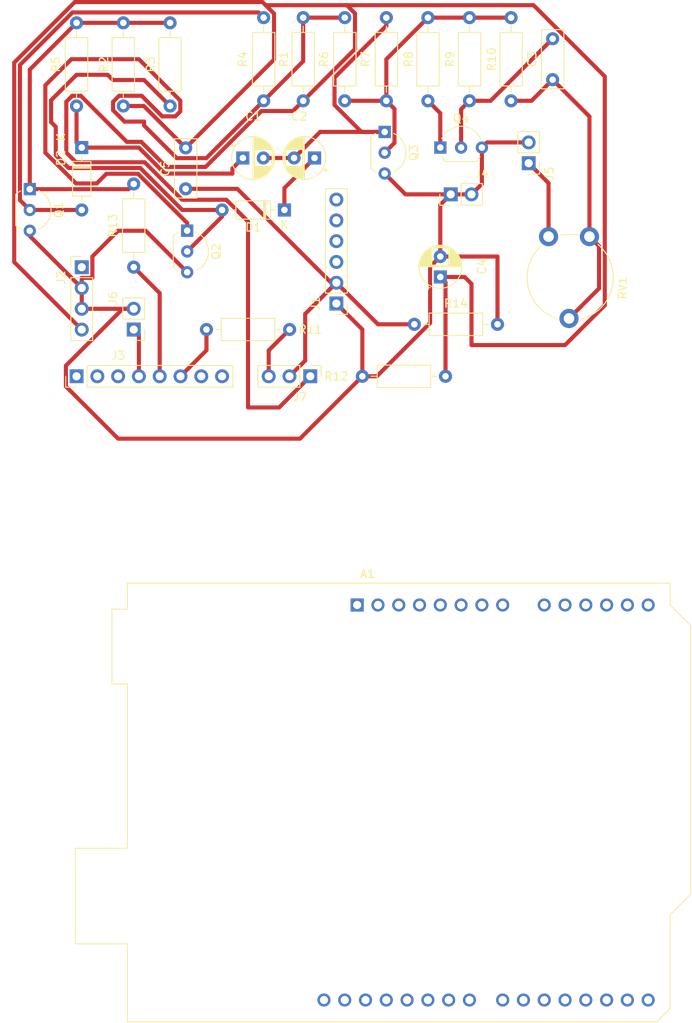
<source format=kicad_pcb>
(kicad_pcb (version 20221018) (generator pcbnew)
  (layers (0 "F.Cu" signal) (31 "B.Cu" signal) (34 "B.Paste" user) (35 "F.Paste" user) (36 "B.SilkS" user "B.Silkscreen") (37 "F.SilkS" user "F.Silkscreen") (38 "B.Mask" user) (39 "F.Mask" user) (44 "Edge.Cuts" user))
  (net 0 "")
  (net 1 "Net-(D2-K)")
  (net 2 "Net-(Q3-C)")
  (net 3 "Net-(D1-K)")
  (net 4 "Net-(C3-Pad1)")
  (net 5 "Net-(Q4-B)")
  (net 6 "VCC")
  (net 7 "GND")
  (net 8 "Net-(J1-Pin_2)")
  (net 9 "Net-(D1-A)")
  (net 10 "Net-(D2-A)")
  (net 11 "Micro")
  (net 12 "Taste")
  (net 13 "Net-(Q2-C)")
  (net 14 "Net-(Q1-C)")
  (net 15 "Net-(Q3-B)")
  (net 16 "Net-(Q4-C)")
  (net 17 "Net-(J7-Pin_3)")
  (net 18 "Net-(J3-Pin_6)")
  (net 19 "DI6")
  (footprint "Potentiometer_THT:Potentiometer_Piher_PT-10-V10_Vertical_Hole" (layer "F.Cu") (at 141.495 92.155 -90)
    (fp_text reference "RV1" (at 6.27 -9.05 90) (layer "F.SilkS"))
    (fp_text value "10k")
    (pad "" np_thru_hole circle (at 5 -2.65 270) (size 4 4) (drill 4) (layers "*.Cu" "*.Mask"))
    (pad "1" thru_hole circle (at 0 0 270) (size 2.34 2.34) (drill 1.3) (layers "*.Cu" "*.Mask") (net 11 "Micro"))
    (pad "2" thru_hole circle (at 10 -2.5 270) (size 2.34 2.34) (drill 1.3) (layers "*.Cu" "*.Mask") (net 4 "Net-(C3-Pad1)"))
    (pad "3" thru_hole circle (at 0 -5 270) (size 2.34 2.34) (drill 1.3) (layers "*.Cu" "*.Mask") (net 4 "Net-(C3-Pad1)"))
  )
  (footprint "Resistor_THT:R_Axial_DIN0207_L6.3mm_D2.5mm_P10.16mm_Horizontal" (layer "F.Cu") (at 111.515 75.565 90)
    (fp_text reference "R1" (at 5.08 -2.37 90) (layer "F.SilkS"))
    (fp_text value "1k")
    (pad "1" thru_hole circle (at 0 0 90) (size 1.6 1.6) (drill 0.8) (layers "*.Cu" "*.Mask") (net 6 "VCC"))
    (pad "2" thru_hole oval (at 10.16 0 90) (size 1.6 1.6) (drill 0.8) (layers "*.Cu" "*.Mask") (net 13 "Net-(Q2-C)"))
  )
  (footprint "Resistor_THT:R_Axial_DIN0207_L6.3mm_D2.5mm_P10.16mm_Horizontal" (layer "F.Cu") (at 109.855 103.505 180)
    (fp_text reference "R11" (at -2.54 0) (layer "F.SilkS"))
    (fp_text value "470")
    (pad "1" thru_hole circle (at 0 0 180) (size 1.6 1.6) (drill 0.8) (layers "*.Cu" "*.Mask") (net 17 "Net-(J7-Pin_3)"))
    (pad "2" thru_hole oval (at 10.16 0 180) (size 1.6 1.6) (drill 0.8) (layers "*.Cu" "*.Mask") (net 18 "Net-(J3-Pin_6)"))
  )
  (footprint "Resistor_THT:R_Axial_DIN0207_L6.3mm_D2.5mm_P10.16mm_Horizontal" (layer "F.Cu") (at 90.805 85.725 -90)
    (fp_text reference "R13" (at 5.08 2.54 90) (layer "F.SilkS"))
    (fp_text value "470")
    (pad "1" thru_hole circle (at 0 0 270) (size 1.6 1.6) (drill 0.8) (layers "*.Cu" "*.Mask") (net 14 "Net-(Q1-C)"))
    (pad "2" thru_hole oval (at 10.16 0 270) (size 1.6 1.6) (drill 0.8) (layers "*.Cu" "*.Mask") (net 19 "DI6"))
  )
  (footprint "Resistor_THT:R_Axial_DIN0207_L6.3mm_D2.5mm_P10.16mm_Horizontal" (layer "F.Cu") (at 83.82 66.04 -90)
    (fp_text reference "R5" (at 5.08 2.54 90) (layer "F.SilkS"))
    (fp_text value "1k")
    (pad "1" thru_hole circle (at 0 0 270) (size 1.6 1.6) (drill 0.8) (layers "*.Cu" "*.Mask") (net 14 "Net-(Q1-C)"))
    (pad "2" thru_hole oval (at 10.16 0 270) (size 1.6 1.6) (drill 0.8) (layers "*.Cu" "*.Mask") (net 1 "Net-(D2-K)"))
  )
  (footprint "Connector_PinHeader_2.54mm:PinHeader_1x03_P2.54mm_Vertical" (layer "F.Cu") (at 112.38 109.22 -90)
    (fp_text reference "J7" (at 2.54 1.255) (layer "F.SilkS"))
    (fp_text value "03")
    (pad "1" thru_hole rect (at 0 0 270) (size 1.7 1.7) (drill 1) (layers "*.Cu" "*.Mask") (net 6 "VCC"))
    (pad "2" thru_hole oval (at 0 2.54 270) (size 1.7 1.7) (drill 1) (layers "*.Cu" "*.Mask") (net 8 "Net-(J1-Pin_2)"))
    (pad "3" thru_hole oval (at 0 5.08 270) (size 1.7 1.7) (drill 1) (layers "*.Cu" "*.Mask") (net 17 "Net-(J7-Pin_3)"))
  )
  (footprint "Diode_THT:D_DO-35_SOD27_P7.62mm_Horizontal" (layer "F.Cu") (at 109.22 88.9 180)
    (fp_text reference "D1" (at 3.81 -2.12) (layer "F.SilkS"))
    (fp_text value "1N4148")
    (fp_text user "K" (at 0 -1.8) (layer "F.SilkS"))
    (pad "1" thru_hole rect (at 0 0 180) (size 1.6 1.6) (drill 0.8) (layers "*.Cu" "*.Mask") (net 3 "Net-(D1-K)"))
    (pad "2" thru_hole oval (at 7.62 0 180) (size 1.6 1.6) (drill 0.8) (layers "*.Cu" "*.Mask") (net 9 "Net-(D1-A)"))
  )
  (footprint "Resistor_THT:R_Axial_DIN0207_L6.3mm_D2.5mm_P10.16mm_Horizontal" (layer "F.Cu") (at 89.535 76.2 90)
    (fp_text reference "R2" (at 5.08 -2.37 90) (layer "F.SilkS"))
    (fp_text value "1k")
    (pad "1" thru_hole circle (at 0 0 90) (size 1.6 1.6) (drill 0.8) (layers "*.Cu" "*.Mask") (net 6 "VCC"))
    (pad "2" thru_hole oval (at 10.16 0 90) (size 1.6 1.6) (drill 0.8) (layers "*.Cu" "*.Mask") (net 14 "Net-(Q1-C)"))
  )
  (footprint "Package_TO_SOT_THT:TO-92L_Inline_Wide" (layer "F.Cu") (at 78.105 86.36 -90)
    (fp_text reference "Q1" (at 2.54 -3.56 90) (layer "F.SilkS"))
    (fp_text value "BC547")
    (pad "1" thru_hole rect (at 0 0 270) (size 1.5 1.5) (drill 0.8) (layers "*.Cu" "*.Mask") (net 14 "Net-(Q1-C)"))
    (pad "2" thru_hole circle (at 2.54 0 270) (size 1.5 1.5) (drill 0.8) (layers "*.Cu" "*.Mask") (net 10 "Net-(D2-A)"))
    (pad "3" thru_hole circle (at 5.08 0 270) (size 1.5 1.5) (drill 0.8) (layers "*.Cu" "*.Mask") (net 7 "GND"))
  )
  (footprint "Capacitor_THT:CP_Radial_D5.0mm_P2.50mm" (layer "F.Cu") (at 104.14 82.55)
    (fp_text reference "C1" (at 1.27 -5.08) (layer "F.SilkS"))
    (fp_text value "47μF")
    (pad "1" thru_hole rect (at 0 0) (size 1.6 1.6) (drill 0.8) (layers "*.Cu" "*.Mask") (net 1 "Net-(D2-K)"))
    (pad "2" thru_hole circle (at 2.5 0) (size 1.6 1.6) (drill 0.8) (layers "*.Cu" "*.Mask") (net 2 "Net-(Q3-C)"))
  )
  (footprint "Package_TO_SOT_THT:TO-92L_Inline_Wide" (layer "F.Cu") (at 121.47 79.365 -90)
    (fp_text reference "Q3" (at 2.54 -3.56 90) (layer "F.SilkS"))
    (fp_text value "BC547")
    (pad "1" thru_hole rect (at 0 0 270) (size 1.5 1.5) (drill 0.8) (layers "*.Cu" "*.Mask") (net 2 "Net-(Q3-C)"))
    (pad "2" thru_hole circle (at 2.54 0 270) (size 1.5 1.5) (drill 0.8) (layers "*.Cu" "*.Mask") (net 15 "Net-(Q3-B)"))
    (pad "3" thru_hole circle (at 5.08 0 270) (size 1.5 1.5) (drill 0.8) (layers "*.Cu" "*.Mask") (net 7 "GND"))
  )
  (footprint "Connector_PinHeader_2.54mm:PinHeader_1x02_P2.54mm_Vertical" (layer "F.Cu") (at 139.065 83.19 180)
    (fp_text reference "J5" (at -2.54 -1.27 90) (layer "F.SilkS"))
    (fp_text value "Micro")
    (pad "1" thru_hole rect (at 0 0 180) (size 1.7 1.7) (drill 1) (layers "*.Cu" "*.Mask") (net 11 "Micro"))
    (pad "2" thru_hole oval (at 0 2.54 180) (size 1.7 1.7) (drill 1) (layers "*.Cu" "*.Mask") (net 7 "GND"))
  )
  (footprint "Resistor_THT:R_Axial_DIN0207_L6.3mm_D2.5mm_P10.16mm_Horizontal" (layer "F.Cu") (at 135.255 102.87 180)
    (fp_text reference "R14" (at 5.08 2.54) (layer "F.SilkS"))
    (fp_text value "0,22")
    (pad "1" thru_hole circle (at 0 0 180) (size 1.6 1.6) (drill 0.8) (layers "*.Cu" "*.Mask") (net 7 "GND"))
    (pad "2" thru_hole oval (at 10.16 0 180) (size 1.6 1.6) (drill 0.8) (layers "*.Cu" "*.Mask") (net 8 "Net-(J1-Pin_2)"))
  )
  (footprint "Diode_THT:D_DO-35_SOD27_P7.62mm_Horizontal" (layer "F.Cu") (at 84.455 81.28 -90)
    (fp_text reference "D2" (at 1.27 2.54 90) (layer "F.SilkS"))
    (fp_text value "1N4148")
    (fp_text user "K" (at -1.27 2.54 90) (layer "F.SilkS"))
    (pad "1" thru_hole rect (at 0 0 270) (size 1.6 1.6) (drill 0.8) (layers "*.Cu" "*.Mask") (net 1 "Net-(D2-K)"))
    (pad "2" thru_hole oval (at 7.62 0 270) (size 1.6 1.6) (drill 0.8) (layers "*.Cu" "*.Mask") (net 10 "Net-(D2-A)"))
  )
  (footprint "Connector_PinHeader_2.54mm:PinHeader_1x08_P2.54mm_Vertical" (layer "F.Cu") (at 83.82 109.22 90)
    (fp_text reference "J3" (at 2.54 5.08) (layer "F.SilkS"))
    (fp_text value "DIGITAL")
    (pad "1" thru_hole rect (at 0 0 90) (size 1.7 1.7) (drill 1) (layers "*.Cu" "*.Mask"))
    (pad "2" thru_hole oval (at 0 2.54 90) (size 1.7 1.7) (drill 1) (layers "*.Cu" "*.Mask"))
    (pad "3" thru_hole oval (at 0 5.08 90) (size 1.7 1.7) (drill 1) (layers "*.Cu" "*.Mask"))
    (pad "4" thru_hole oval (at 0 7.62 90) (size 1.7 1.7) (drill 1) (layers "*.Cu" "*.Mask") (net 12 "Taste"))
    (pad "5" thru_hole oval (at 0 10.16 90) (size 1.7 1.7) (drill 1) (layers "*.Cu" "*.Mask") (net 19 "DI6"))
    (pad "6" thru_hole oval (at 0 12.7 90) (size 1.7 1.7) (drill 1) (layers "*.Cu" "*.Mask") (net 18 "Net-(J3-Pin_6)"))
    (pad "7" thru_hole oval (at 0 15.24 90) (size 1.7 1.7) (drill 1) (layers "*.Cu" "*.Mask"))
    (pad "8" thru_hole oval (at 0 17.78 90) (size 1.7 1.7) (drill 1) (layers "*.Cu" "*.Mask"))
  )
  (footprint "Connector_PinHeader_2.54mm:PinHeader_1x02_P2.54mm_Vertical" (layer "F.Cu") (at 129.54 86.995 90)
    (fp_text reference "J4" (at 2.54 3.81) (layer "F.SilkS"))
    (fp_text value "LDR")
    (pad "1" thru_hole rect (at 0 0 90) (size 1.7 1.7) (drill 1) (layers "*.Cu" "*.Mask") (net 7 "GND"))
    (pad "2" thru_hole oval (at 0 2.54 90) (size 1.7 1.7) (drill 1) (layers "*.Cu" "*.Mask") (net 7 "GND"))
  )
  (footprint "Package_TO_SOT_THT:TO-92L_Inline_Wide" (layer "F.Cu") (at 128.27 81.28)
    (fp_text reference "Q4" (at 2.54 -3.56) (layer "F.SilkS"))
    (fp_text value "BC547")
    (pad "1" thru_hole rect (at 0 0) (size 1.5 1.5) (drill 0.8) (layers "*.Cu" "*.Mask") (net 16 "Net-(Q4-C)"))
    (pad "2" thru_hole circle (at 2.54 0) (size 1.5 1.5) (drill 0.8) (layers "*.Cu" "*.Mask") (net 5 "Net-(Q4-B)"))
    (pad "3" thru_hole circle (at 5.08 0) (size 1.5 1.5) (drill 0.8) (layers "*.Cu" "*.Mask") (net 7 "GND"))
  )
  (footprint "Connector_PinHeader_2.54mm:PinHeader_1x04_P2.54mm_Vertical" (layer "F.Cu") (at 84.455 95.895)
    (fp_text reference "J2" (at -2.54 1.27 90) (layer "F.SilkS"))
    (fp_text value "Power")
    (pad "1" thru_hole rect (at 0 0) (size 1.7 1.7) (drill 1) (layers "*.Cu" "*.Mask"))
    (pad "2" thru_hole oval (at 0 2.54) (size 1.7 1.7) (drill 1) (layers "*.Cu" "*.Mask") (net 7 "GND"))
    (pad "3" thru_hole oval (at 0 5.08) (size 1.7 1.7) (drill 1) (layers "*.Cu" "*.Mask") (net 7 "GND"))
    (pad "4" thru_hole oval (at 0 7.62) (size 1.7 1.7) (drill 1) (layers "*.Cu" "*.Mask") (net 6 "VCC"))
  )
  (footprint "Connector_PinHeader_2.54mm:PinHeader_1x06_P2.54mm_Vertical" (layer "F.Cu") (at 115.57 100.33 180)
    (fp_text reference "J1" (at 2.54 0 90) (layer "F.SilkS"))
    (fp_text value "Analog IN")
    (pad "1" thru_hole rect (at 0 0 180) (size 1.7 1.7) (drill 1) (layers "*.Cu" "*.Mask") (net 7 "GND"))
    (pad "2" thru_hole oval (at 0 2.54 180) (size 1.7 1.7) (drill 1) (layers "*.Cu" "*.Mask") (net 8 "Net-(J1-Pin_2)"))
    (pad "3" thru_hole oval (at 0 5.08 180) (size 1.7 1.7) (drill 1) (layers "*.Cu" "*.Mask"))
    (pad "4" thru_hole oval (at 0 7.62 180) (size 1.7 1.7) (drill 1) (layers "*.Cu" "*.Mask"))
    (pad "5" thru_hole oval (at 0 10.16 180) (size 1.7 1.7) (drill 1) (layers "*.Cu" "*.Mask"))
    (pad "6" thru_hole oval (at 0 12.7 180) (size 1.7 1.7) (drill 1) (layers "*.Cu" "*.Mask"))
  )
  (footprint "Resistor_THT:R_Axial_DIN0207_L6.3mm_D2.5mm_P10.16mm_Horizontal" (layer "F.Cu") (at 126.755 75.565 90)
    (fp_text reference "R8" (at 5.08 -2.37 90) (layer "F.SilkS"))
    (fp_text value "4k7")
    (pad "1" thru_hole circle (at 0 0 90) (size 1.6 1.6) (drill 0.8) (layers "*.Cu" "*.Mask") (net 16 "Net-(Q4-C)"))
    (pad "2" thru_hole oval (at 10.16 0 90) (size 1.6 1.6) (drill 0.8) (layers "*.Cu" "*.Mask") (net 15 "Net-(Q3-B)"))
  )
  (footprint "Capacitor_THT:C_Disc_D7.0mm_W2.5mm_P5.00mm" (layer "F.Cu") (at 141.995 72.985 90)
    (fp_text reference "C3" (at 2.5 -2.5 90) (layer "F.SilkS"))
    (fp_text value "100NF")
    (pad "1" thru_hole circle (at 0 0 90) (size 1.6 1.6) (drill 0.8) (layers "*.Cu" "*.Mask") (net 4 "Net-(C3-Pad1)"))
    (pad "2" thru_hole circle (at 5 0 90) (size 1.6 1.6) (drill 0.8) (layers "*.Cu" "*.Mask") (net 5 "Net-(Q4-B)"))
  )
  (footprint "Capacitor_THT:CP_Radial_D5.0mm_P2.50mm" (layer "F.Cu") (at 128.27 97.090113 90)
    (fp_text reference "C4" (at 1.27 5.08 90) (layer "F.SilkS"))
    (fp_text value "47μF")
    (pad "1" thru_hole rect (at 0 0 90) (size 1.6 1.6) (drill 0.8) (layers "*.Cu" "*.Mask") (net 6 "VCC"))
    (pad "2" thru_hole circle (at 2.5 0 90) (size 1.6 1.6) (drill 0.8) (layers "*.Cu" "*.Mask") (net 7 "GND"))
  )
  (footprint "Module:Arduino_UNO_R2" (layer "F.Cu") (at 118.11 137.16)
    (fp_text reference "A1" (at 1.27 -3.81 180) (layer "F.SilkS"))
    (fp_text value "Arduino_UNO_R2")
    (pad "1" thru_hole rect (at 0 0 90) (size 1.6 1.6) (drill 1) (layers "*.Cu" "*.Mask"))
    (pad "2" thru_hole oval (at 2.54 0 90) (size 1.6 1.6) (drill 1) (layers "*.Cu" "*.Mask"))
    (pad "3" thru_hole oval (at 5.08 0 90) (size 1.6 1.6) (drill 1) (layers "*.Cu" "*.Mask"))
    (pad "4" thru_hole oval (at 7.62 0 90) (size 1.6 1.6) (drill 1) (layers "*.Cu" "*.Mask"))
    (pad "5" thru_hole oval (at 10.16 0 90) (size 1.6 1.6) (drill 1) (layers "*.Cu" "*.Mask"))
    (pad "6" thru_hole oval (at 12.7 0 90) (size 1.6 1.6) (drill 1) (layers "*.Cu" "*.Mask"))
    (pad "7" thru_hole oval (at 15.24 0 90) (size 1.6 1.6) (drill 1) (layers "*.Cu" "*.Mask"))
    (pad "8" thru_hole oval (at 17.78 0 90) (size 1.6 1.6) (drill 1) (layers "*.Cu" "*.Mask"))
    (pad "9" thru_hole oval (at 22.86 0 90) (size 1.6 1.6) (drill 1) (layers "*.Cu" "*.Mask"))
    (pad "10" thru_hole oval (at 25.4 0 90) (size 1.6 1.6) (drill 1) (layers "*.Cu" "*.Mask"))
    (pad "11" thru_hole oval (at 27.94 0 90) (size 1.6 1.6) (drill 1) (layers "*.Cu" "*.Mask"))
    (pad "12" thru_hole oval (at 30.48 0 90) (size 1.6 1.6) (drill 1) (layers "*.Cu" "*.Mask"))
    (pad "13" thru_hole oval (at 33.02 0 90) (size 1.6 1.6) (drill 1) (layers "*.Cu" "*.Mask"))
    (pad "14" thru_hole oval (at 35.56 0 90) (size 1.6 1.6) (drill 1) (layers "*.Cu" "*.Mask"))
    (pad "15" thru_hole oval (at 35.56 48.26 90) (size 1.6 1.6) (drill 1) (layers "*.Cu" "*.Mask"))
    (pad "16" thru_hole oval (at 33.02 48.26 90) (size 1.6 1.6) (drill 1) (layers "*.Cu" "*.Mask"))
    (pad "17" thru_hole oval (at 30.48 48.26 90) (size 1.6 1.6) (drill 1) (layers "*.Cu" "*.Mask"))
    (pad "18" thru_hole oval (at 27.94 48.26 90) (size 1.6 1.6) (drill 1) (layers "*.Cu" "*.Mask"))
    (pad "19" thru_hole oval (at 25.4 48.26 90) (size 1.6 1.6) (drill 1) (layers "*.Cu" "*.Mask"))
    (pad "20" thru_hole oval (at 22.86 48.26 90) (size 1.6 1.6) (drill 1) (layers "*.Cu" "*.Mask"))
    (pad "21" thru_hole oval (at 20.32 48.26 90) (size 1.6 1.6) (drill 1) (layers "*.Cu" "*.Mask"))
    (pad "22" thru_hole oval (at 17.78 48.26 90) (size 1.6 1.6) (drill 1) (layers "*.Cu" "*.Mask"))
    (pad "23" thru_hole oval (at 13.72 48.26 90) (size 1.6 1.6) (drill 1) (layers "*.Cu" "*.Mask"))
    (pad "24" thru_hole oval (at 11.18 48.26 90) (size 1.6 1.6) (drill 1) (layers "*.Cu" "*.Mask"))
    (pad "25" thru_hole oval (at 8.64 48.26 90) (size 1.6 1.6) (drill 1) (layers "*.Cu" "*.Mask"))
    (pad "26" thru_hole oval (at 6.1 48.26 90) (size 1.6 1.6) (drill 1) (layers "*.Cu" "*.Mask"))
    (pad "27" thru_hole oval (at 3.56 48.26 90) (size 1.6 1.6) (drill 1) (layers "*.Cu" "*.Mask"))
    (pad "28" thru_hole oval (at 1.02 48.26 90) (size 1.6 1.6) (drill 1) (layers "*.Cu" "*.Mask"))
    (pad "29" thru_hole oval (at -1.52 48.26 90) (size 1.6 1.6) (drill 1) (layers "*.Cu" "*.Mask"))
    (pad "30" thru_hole oval (at -4.06 48.26 90) (size 1.6 1.6) (drill 1) (layers "*.Cu" "*.Mask"))
  )
  (footprint "Package_TO_SOT_THT:TO-92L_Inline_Wide" (layer "F.Cu") (at 97.34 91.43 -90)
    (fp_text reference "Q2" (at 2.54 -3.56 90) (layer "F.SilkS"))
    (fp_text value "BC547")
    (pad "1" thru_hole rect (at 0 0 270) (size 1.5 1.5) (drill 0.8) (layers "*.Cu" "*.Mask") (net 13 "Net-(Q2-C)"))
    (pad "2" thru_hole circle (at 2.54 0 270) (size 1.5 1.5) (drill 0.8) (layers "*.Cu" "*.Mask") (net 9 "Net-(D1-A)"))
    (pad "3" thru_hole circle (at 5.08 0 270) (size 1.5 1.5) (drill 0.8) (layers "*.Cu" "*.Mask") (net 7 "GND"))
  )
  (footprint "Resistor_THT:R_Axial_DIN0207_L6.3mm_D2.5mm_P10.16mm_Horizontal" (layer "F.Cu") (at 106.68 75.565 90)
    (fp_text reference "R4" (at 5.08 -2.54 90) (layer "F.SilkS"))
    (fp_text value "22k")
    (pad "1" thru_hole circle (at 0 0 90) (size 1.6 1.6) (drill 0.8) (layers "*.Cu" "*.Mask") (net 13 "Net-(Q2-C)"))
    (pad "2" thru_hole oval (at 10.16 0 90) (size 1.6 1.6) (drill 0.8) (layers "*.Cu" "*.Mask") (net 10 "Net-(D2-A)"))
  )
  (footprint "Capacitor_THT:CP_Radial_D5.0mm_P2.50mm" (layer "F.Cu") (at 112.900225 82.55 180)
    (fp_text reference "C2" (at 1.865 5.08) (layer "F.SilkS"))
    (fp_text value "47μF")
    (pad "1" thru_hole rect (at 0 0 180) (size 1.6 1.6) (drill 0.8) (layers "*.Cu" "*.Mask") (net 3 "Net-(D1-K)"))
    (pad "2" thru_hole circle (at 2.5 0 180) (size 1.6 1.6) (drill 0.8) (layers "*.Cu" "*.Mask") (net 2 "Net-(Q3-C)"))
  )
  (footprint "Resistor_THT:R_Axial_DIN0207_L6.3mm_D2.5mm_P10.16mm_Horizontal" (layer "F.Cu") (at 131.835 75.565 90)
    (fp_text reference "R9" (at 5.08 -2.37 90) (layer "F.SilkS"))
    (fp_text value "160k")
    (pad "1" thru_hole circle (at 0 0 90) (size 1.6 1.6) (drill 0.8) (layers "*.Cu" "*.Mask") (net 5 "Net-(Q4-B)"))
    (pad "2" thru_hole oval (at 10.16 0 90) (size 1.6 1.6) (drill 0.8) (layers "*.Cu" "*.Mask") (net 15 "Net-(Q3-B)"))
  )
  (footprint "Connector_PinHeader_2.54mm:PinHeader_1x02_P2.54mm_Vertical" (layer "F.Cu") (at 90.805 103.51 180)
    (fp_text reference "J6" (at 2.54 3.81 90) (layer "F.SilkS"))
    (fp_text value "Taste")
    (pad "1" thru_hole rect (at 0 0 180) (size 1.7 1.7) (drill 1) (layers "*.Cu" "*.Mask") (net 12 "Taste"))
    (pad "2" thru_hole oval (at 0 2.54 180) (size 1.7 1.7) (drill 1) (layers "*.Cu" "*.Mask") (net 7 "GND"))
  )
  (footprint "Resistor_THT:R_Axial_DIN0207_L6.3mm_D2.5mm_P10.16mm_Horizontal" (layer "F.Cu") (at 95.25 76.2 90)
    (fp_text reference "R3" (at 5.08 -2.37 90) (layer "F.SilkS"))
    (fp_text value "22k")
    (pad "1" thru_hole circle (at 0 0 90) (size 1.6 1.6) (drill 0.8) (layers "*.Cu" "*.Mask") (net 9 "Net-(D1-A)"))
    (pad "2" thru_hole oval (at 10.16 0 90) (size 1.6 1.6) (drill 0.8) (layers "*.Cu" "*.Mask") (net 14 "Net-(Q1-C)"))
  )
  (footprint "Resistor_THT:R_Axial_DIN0207_L6.3mm_D2.5mm_P10.16mm_Horizontal" (layer "F.Cu") (at 128.905 109.22 180)
    (fp_text reference "R12" (at 13.335 0) (layer "F.SilkS"))
    (fp_text value "10k")
    (pad "1" thru_hole circle (at 0 0 180) (size 1.6 1.6) (drill 0.8) (layers "*.Cu" "*.Mask") (net 6 "VCC"))
    (pad "2" thru_hole oval (at 10.16 0 180) (size 1.6 1.6) (drill 0.8) (layers "*.Cu" "*.Mask") (net 7 "GND"))
  )
  (footprint "Resistor_THT:R_Axial_DIN0207_L6.3mm_D2.5mm_P10.16mm_Horizontal" (layer "F.Cu") (at 116.595 65.405 -90)
    (fp_text reference "R6" (at 5.08 2.54 90) (layer "F.SilkS"))
    (fp_text value "1k")
    (pad "1" thru_hole circle (at 0 0 270) (size 1.6 1.6) (drill 0.8) (layers "*.Cu" "*.Mask") (net 13 "Net-(Q2-C)"))
    (pad "2" thru_hole oval (at 10.16 0 270) (size 1.6 1.6) (drill 0.8) (layers "*.Cu" "*.Mask") (net 15 "Net-(Q3-B)"))
  )
  (footprint "Capacitor_THT:C_Disc_D7.0mm_W2.5mm_P5.00mm" (layer "F.Cu") (at 97.155 86.32 90)
    (fp_text reference "C5" (at 2.5 -2.5 90) (layer "F.SilkS"))
    (fp_text value "100NF")
    (pad "1" thru_hole circle (at 0 0 90) (size 1.6 1.6) (drill 0.8) (layers "*.Cu" "*.Mask") (net 8 "Net-(J1-Pin_2)"))
    (pad "2" thru_hole circle (at 5 0 90) (size 1.6 1.6) (drill 0.8) (layers "*.Cu" "*.Mask") (net 6 "VCC"))
  )
  (footprint "Resistor_THT:R_Axial_DIN0207_L6.3mm_D2.5mm_P10.16mm_Horizontal" (layer "F.Cu") (at 121.675 75.565 90)
    (fp_text reference "R7" (at 5.08 -2.54 90) (layer "F.SilkS"))
    (fp_text value "10k")
    (pad "1" thru_hole circle (at 0 0 90) (size 1.6 1.6) (drill 0.8) (layers "*.Cu" "*.Mask") (net 15 "Net-(Q3-B)"))
    (pad "2" thru_hole oval (at 10.16 0 90) (size 1.6 1.6) (drill 0.8) (layers "*.Cu" "*.Mask") (net 2 "Net-(Q3-C)"))
  )
  (footprint "Resistor_THT:R_Axial_DIN0207_L6.3mm_D2.5mm_P10.16mm_Horizontal" (layer "F.Cu") (at 136.915 75.565 90)
    (fp_text reference "R10" (at 5.08 -2.37 90) (layer "F.SilkS"))
    (fp_text value "10k")
    (pad "1" thru_hole circle (at 0 0 90) (size 1.6 1.6) (drill 0.8) (layers "*.Cu" "*.Mask") (net 4 "Net-(C3-Pad1)"))
    (pad "2" thru_hole oval (at 10.16 0 90) (size 1.6 1.6) (drill 0.8) (layers "*.Cu" "*.Mask") (net 15 "Net-(Q3-B)"))
  )
  (segment (start 102.87 83.82) (end 102.87 84.455) (width 0.5) (layer "F.Cu") (net 1))
  (segment (start 91.44 81.28) (end 84.455 81.28) (width 0.5) (layer "F.Cu") (net 1))
  (segment (start 104.14 82.55) (end 102.87 83.82) (width 0.5) (layer "F.Cu") (net 1))
  (segment (start 94.615 84.455) (end 91.44 81.28) (width 0.5) (layer "F.Cu") (net 1))
  (segment (start 102.87 84.455) (end 94.615 84.455) (width 0.5) (layer "F.Cu") (net 1))
  (segment (start 83.82 76.2) (end 83.82 80.645) (width 0.5) (layer "F.Cu") (net 1))
  (segment (start 83.82 80.645) (end 84.455 81.28) (width 0.5) (layer "F.Cu") (net 1))
  (segment (start 121.47 79.365) (end 118.627233 79.365) (width 0.5) (layer "F.Cu") (net 2))
  (segment (start 110.400225 82.55) (end 106.64 82.55) (width 0.5) (layer "F.Cu") (net 2))
  (segment (start 115.345 76.082767) (end 115.345 72.72495) (width 0.5) (layer "F.Cu") (net 2))
  (segment (start 121.675 66.39495) (end 121.675 65.405) (width 0.5) (layer "F.Cu") (net 2))
  (segment (start 118.627233 79.365) (end 115.345 76.082767) (width 0.5) (layer "F.Cu") (net 2))
  (segment (start 121.47 79.365) (end 113.585225 79.365) (width 0.5) (layer "F.Cu") (net 2))
  (segment (start 115.345 72.72495) (end 121.675 66.39495) (width 0.5) (layer "F.Cu") (net 2))
  (segment (start 113.585225 79.365) (end 110.400225 82.55) (width 0.5) (layer "F.Cu") (net 2))
  (segment (start 109.22 86.230225) (end 112.900225 82.55) (width 0.5) (layer "F.Cu") (net 3))
  (segment (start 109.22 88.9) (end 109.22 86.230225) (width 0.5) (layer "F.Cu") (net 3))
  (segment (start 146.495 92.155) (end 147.664999 93.324999) (width 0.5) (layer "F.Cu") (net 4))
  (segment (start 147.664999 98.485001) (end 143.995 102.155) (width 0.5) (layer "F.Cu") (net 4))
  (segment (start 146.495 92.155) (end 146.495 77.485) (width 0.5) (layer "F.Cu") (net 4))
  (segment (start 136.915 75.565) (end 139.415 75.565) (width 0.5) (layer "F.Cu") (net 4))
  (segment (start 139.415 75.565) (end 141.995 72.985) (width 0.5) (layer "F.Cu") (net 4))
  (segment (start 147.664999 93.324999) (end 147.664999 98.485001) (width 0.5) (layer "F.Cu") (net 4))
  (segment (start 146.495 77.485) (end 141.995 72.985) (width 0.5) (layer "F.Cu") (net 4))
  (segment (start 134.415 75.565) (end 141.995 67.985) (width 0.5) (layer "F.Cu") (net 5))
  (segment (start 130.81 76.59) (end 131.835 75.565) (width 0.5) (layer "F.Cu") (net 5))
  (segment (start 131.835 75.565) (end 134.415 75.565) (width 0.5) (layer "F.Cu") (net 5))
  (segment (start 130.81 81.28) (end 130.81 76.59) (width 0.5) (layer "F.Cu") (net 5))
  (segment (start 104.775 113.03) (end 104.775 90.307233) (width 0.5) (layer "F.Cu") (net 6))
  (segment (start 104.775 113.03) (end 108.57 113.03) (width 0.5) (layer "F.Cu") (net 6))
  (segment (start 139.663883 63.886116) (end 116.84 63.886116) (width 0.5) (layer "F.Cu") (net 6))
  (segment (start 102.117767 87.65) (end 96.717233 87.65) (width 0.5) (layer "F.Cu") (net 6))
  (segment (start 128.27 97.090113) (end 131.24288 97.090113) (width 0.5) (layer "F.Cu") (net 6))
  (segment (start 148.364999 72.587232) (end 139.663883 63.886116) (width 0.5) (layer "F.Cu") (net 6))
  (segment (start 128.905 109.22) (end 128.905 97.725113) (width 0.5) (layer "F.Cu") (net 6))
  (segment (start 143.51 105.41) (end 148.364999 100.555001) (width 0.5) (layer "F.Cu") (net 6))
  (segment (start 92.035 76.2) (end 97.155 81.32) (width 0.5) (layer "F.Cu") (net 6))
  (segment (start 83.602283 63.5) (end 106.542767 63.5) (width 0.5) (layer "F.Cu") (net 6))
  (segment (start 92.142233 83.075) (end 83.75 83.075) (width 0.5) (layer "F.Cu") (net 6))
  (segment (start 132.08 105.41) (end 143.51 105.41) (width 0.5) (layer "F.Cu") (net 6))
  (segment (start 107.95 64.907233) (end 107.95 70.525) (width 0.5) (layer "F.Cu") (net 6))
  (segment (start 131.24288 97.090113) (end 132.08 97.927233) (width 0.5) (layer "F.Cu") (net 6))
  (segment (start 110.265 76.815) (end 111.515 75.565) (width 0.5) (layer "F.Cu") (net 6))
  (segment (start 116.843883 63.886116) (end 116.84 63.886116) (width 0.5) (layer "F.Cu") (net 6))
  (segment (start 94.792475 83.642525) (end 99.592425 83.642525) (width 0.5) (layer "F.Cu") (net 6))
  (segment (start 91.729949 80.58) (end 94.792475 83.642525) (width 0.5) (layer "F.Cu") (net 6))
  (segment (start 128.905 97.725113) (end 128.27 97.090113) (width 0.5) (layer "F.Cu") (net 6))
  (segment (start 104.775 90.307233) (end 102.117767 87.65) (width 0.5) (layer "F.Cu") (net 6))
  (segment (start 108.57 113.03) (end 112.38 109.22) (width 0.5) (layer "F.Cu") (net 6))
  (segment (start 83.302233 74.95) (end 84.337767 74.95) (width 0.5) (layer "F.Cu") (net 6))
  (segment (start 99.592425 83.642525) (end 106.41995 76.815) (width 0.5) (layer "F.Cu") (net 6))
  (segment (start 107.95 70.525) (end 97.155 81.32) (width 0.5) (layer "F.Cu") (net 6))
  (segment (start 132.08 97.927233) (end 132.08 105.41) (width 0.5) (layer "F.Cu") (net 6))
  (segment (start 89.967767 80.58) (end 91.729949 80.58) (width 0.5) (layer "F.Cu") (net 6))
  (segment (start 83.75 83.075) (end 82.57 81.895) (width 0.5) (layer "F.Cu") (net 6))
  (segment (start 111.515 75.565) (end 117.845 69.235) (width 0.5) (layer "F.Cu") (net 6))
  (segment (start 82.57 81.895) (end 82.57 75.682233) (width 0.5) (layer "F.Cu") (net 6))
  (segment (start 84.337767 74.95) (end 89.967767 80.58) (width 0.5) (layer "F.Cu") (net 6))
  (segment (start 117.845 69.235) (end 117.845 64.887233) (width 0.5) (layer "F.Cu") (net 6))
  (segment (start 106.41995 76.815) (end 110.265 76.815) (width 0.5) (layer "F.Cu") (net 6))
  (segment (start 106.928884 63.886116) (end 107.95 64.907233) (width 0.5) (layer "F.Cu") (net 6))
  (segment (start 96.717233 87.65) (end 92.142233 83.075) (width 0.5) (layer "F.Cu") (net 6))
  (segment (start 117.845 64.887233) (end 116.843883 63.886116) (width 0.5) (layer "F.Cu") (net 6))
  (segment (start 106.542767 63.5) (end 106.928884 63.886116) (width 0.5) (layer "F.Cu") (net 6))
  (segment (start 116.84 63.886116) (end 106.928884 63.886116) (width 0.5) (layer "F.Cu") (net 6))
  (segment (start 76.205 70.897283) (end 83.602283 63.5) (width 0.5) (layer "F.Cu") (net 6))
  (segment (start 148.364999 100.555001) (end 148.364999 72.587232) (width 0.5) (layer "F.Cu") (net 6))
  (segment (start 84.455 103.515) (end 76.205 95.265) (width 0.5) (layer "F.Cu") (net 6))
  (segment (start 82.57 75.682233) (end 83.302233 74.95) (width 0.5) (layer "F.Cu") (net 6))
  (segment (start 76.205 95.265) (end 76.205 70.897283) (width 0.5) (layer "F.Cu") (net 6))
  (segment (start 89.535 76.2) (end 92.035 76.2) (width 0.5) (layer "F.Cu") (net 6))
  (segment (start 92.27 91.44) (end 97.34 96.51) (width 0.5) (layer "F.Cu") (net 7))
  (segment (start 127.02 102.712767) (end 127.02 95.840113) (width 0.5) (layer "F.Cu") (net 7))
  (segment (start 128.27 88.265) (end 129.54 86.995) (width 0.5) (layer "F.Cu") (net 7))
  (segment (start 118.745 103.505) (end 115.57 100.33) (width 0.5) (layer "F.Cu") (net 7))
  (segment (start 120.512767 109.22) (end 127.02 102.712767) (width 0.5) (layer "F.Cu") (net 7))
  (segment (start 85.755 94.585) (end 88.9 91.44) (width 0.5) (layer "F.Cu") (net 7))
  (segment (start 128.27 94.590113) (end 128.27 88.265) (width 0.5) (layer "F.Cu") (net 7))
  (segment (start 84.455 98.435) (end 84.455 100.975) (width 0.5) (layer "F.Cu") (net 7))
  (segment (start 90.805 100.97) (end 89.47 100.97) (width 0.5) (layer "F.Cu") (net 7))
  (segment (start 135.255 102.87) (end 135.255 94.590113) (width 0.5) (layer "F.Cu") (net 7))
  (segment (start 135.255 94.590113) (end 128.27 94.590113) (width 0.5) (layer "F.Cu") (net 7))
  (segment (start 111.125 116.84) (end 118.745 109.22) (width 0.5) (layer "F.Cu") (net 7))
  (segment (start 78.105 91.44) (end 78.105 92.085) (width 0.5) (layer "F.Cu") (net 7))
  (segment (start 89.47 100.97) (end 82.52 107.92) (width 0.5) (layer "F.Cu") (net 7))
  (segment (start 82.52 110.46) (end 88.9 116.84) (width 0.5) (layer "F.Cu") (net 7))
  (segment (start 127.02 95.840113) (end 128.27 94.590113) (width 0.5) (layer "F.Cu") (net 7))
  (segment (start 133.35 81.28) (end 133.35 85.725) (width 0.5) (layer "F.Cu") (net 7))
  (segment (start 118.745 109.22) (end 118.745 103.505) (width 0.5) (layer "F.Cu") (net 7))
  (segment (start 133.35 85.725) (end 132.08 86.995) (width 0.5) (layer "F.Cu") (net 7))
  (segment (start 84.455 98.435) (end 84.455 97.195) (width 0.5) (layer "F.Cu") (net 7))
  (segment (start 133.98 80.65) (end 133.35 81.28) (width 0.5) (layer "F.Cu") (net 7))
  (segment (start 82.52 107.92) (end 82.52 110.46) (width 0.5) (layer "F.Cu") (net 7))
  (segment (start 88.9 116.84) (end 111.125 116.84) (width 0.5) (layer "F.Cu") (net 7))
  (segment (start 124.02 86.995) (end 129.54 86.995) (width 0.5) (layer "F.Cu") (net 7))
  (segment (start 139.065 80.65) (end 133.98 80.65) (width 0.5) (layer "F.Cu") (net 7))
  (segment (start 85.755 97.195) (end 85.755 94.585) (width 0.5) (layer "F.Cu") (net 7))
  (segment (start 118.745 109.22) (end 120.512767 109.22) (width 0.5) (layer "F.Cu") (net 7))
  (segment (start 129.54 86.995) (end 132.08 86.995) (width 0.5) (layer "F.Cu") (net 7))
  (segment (start 84.455 97.195) (end 85.755 97.195) (width 0.5) (layer "F.Cu") (net 7))
  (segment (start 121.47 84.445) (end 124.02 86.995) (width 0.5) (layer "F.Cu") (net 7))
  (segment (start 88.9 91.44) (end 92.27 91.44) (width 0.5) (layer "F.Cu") (net 7))
  (segment (start 78.105 92.085) (end 84.455 98.435) (width 0.5) (layer "F.Cu") (net 7))
  (segment (start 90.8 100.975) (end 90.805 100.97) (width 0.5) (layer "F.Cu") (net 7))
  (segment (start 84.455 100.975) (end 90.8 100.975) (width 0.5) (layer "F.Cu") (net 7))
  (segment (start 114.935 97.79) (end 103.465 86.32) (width 0.5) (layer "F.Cu") (net 8))
  (segment (start 125.095 102.87) (end 120.65 102.87) (width 0.5) (layer "F.Cu") (net 8))
  (segment (start 115.57 97.79) (end 114.935 97.79) (width 0.5) (layer "F.Cu") (net 8))
  (segment (start 120.65 102.87) (end 115.57 97.79) (width 0.5) (layer "F.Cu") (net 8))
  (segment (start 103.465 86.32) (end 97.155 86.32) (width 0.5) (layer "F.Cu") (net 8))
  (segment (start 111.76 107.3) (end 111.76 101.6) (width 0.5) (layer "F.Cu") (net 8))
  (segment (start 111.76 101.6) (end 115.57 97.79) (width 0.5) (layer "F.Cu") (net 8))
  (segment (start 109.84 109.22) (end 111.76 107.3) (width 0.5) (layer "F.Cu") (net 8))
  (segment (start 87.63 72.39) (end 88.265 73.025) (width 0.5) (layer "F.Cu") (net 9))
  (segment (start 80.71 78.17) (end 80.71 75.5) (width 0.5) (layer "F.Cu") (net 9))
  (segment (start 101.6 89.71) (end 101.6 88.9) (width 0.5) (layer "F.Cu") (net 9))
  (segment (start 81.28 82.19505) (end 81.28 78.74) (width 0.5) (layer "F.Cu") (net 9))
  (segment (start 92.075 73.025) (end 95.25 76.2) (width 0.5) (layer "F.Cu") (net 9))
  (segment (start 82.85995 83.775) (end 81.28 82.19505) (width 0.5) (layer "F.Cu") (net 9))
  (segment (start 101.6 88.9) (end 96.737717 88.9) (width 0.5) (layer "F.Cu") (net 9))
  (segment (start 88.265 73.025) (end 92.075 73.025) (width 0.5) (layer "F.Cu") (net 9))
  (segment (start 96.737717 88.9) (end 91.612716 83.775) (width 0.5) (layer "F.Cu") (net 9))
  (segment (start 80.71 75.5) (end 83.82 72.39) (width 0.5) (layer "F.Cu") (net 9))
  (segment (start 91.612716 83.775) (end 82.85995 83.775) (width 0.5) (layer "F.Cu") (net 9))
  (segment (start 97.34 93.97) (end 101.6 89.71) (width 0.5) (layer "F.Cu") (net 9))
  (segment (start 83.82 72.39) (end 87.63 72.39) (width 0.5) (layer "F.Cu") (net 9))
  (segment (start 81.28 78.74) (end 80.71 78.17) (width 0.5) (layer "F.Cu") (net 9))
  (segment (start 106.045 64.77) (end 106.68 65.405) (width 0.5) (layer "F.Cu") (net 10))
  (segment (start 84.455 88.9) (end 78.105 88.9) (width 0.5) (layer "F.Cu") (net 10))
  (segment (start 76.905 71.187233) (end 83.322233 64.77) (width 0.5) (layer "F.Cu") (net 10))
  (segment (start 76.905 87.7) (end 76.905 71.187233) (width 0.5) (layer "F.Cu") (net 10))
  (segment (start 78.105 88.9) (end 76.905 87.7) (width 0.5) (layer "F.Cu") (net 10))
  (segment (start 83.322233 64.77) (end 106.045 64.77) (width 0.5) (layer "F.Cu") (net 10))
  (segment (start 141.495 85.62) (end 139.065 83.19) (width 0.5) (layer "F.Cu") (net 11))
  (segment (start 141.495 92.155) (end 141.495 85.62) (width 0.5) (layer "F.Cu") (net 11))
  (segment (start 91.44 104.145) (end 90.805 103.51) (width 0.5) (layer "F.Cu") (net 12))
  (segment (start 91.44 109.22) (end 91.44 104.145) (width 0.5) (layer "F.Cu") (net 12))
  (segment (start 111.515 70.73) (end 106.68 75.565) (width 0.5) (layer "F.Cu") (net 13))
  (segment (start 111.515 65.405) (end 111.515 70.73) (width 0.5) (layer "F.Cu") (net 13))
  (segment (start 97.34 90.492233) (end 91.322767 84.475) (width 0.5) (layer "F.Cu") (net 13))
  (segment (start 92.075 78.582767) (end 96.062233 82.57) (width 0.5) (layer "F.Cu") (net 13))
  (segment (start 89.672233 78.105) (end 92.075 78.105) (width 0.5) (layer "F.Cu") (net 13))
  (segment (start 83.755 85.66) (end 80.01 81.915) (width 0.5) (layer "F.Cu") (net 13))
  (segment (start 94.29495 77.47) (end 91.77495 74.95) (width 0.5) (layer "F.Cu") (net 13))
  (segment (start 87.48 84.475) (end 86.295 85.66) (width 0.5) (layer "F.Cu") (net 13))
  (segment (start 97.34 91.43) (end 97.34 90.492233) (width 0.5) (layer "F.Cu") (net 13))
  (segment (start 91.322767 84.475) (end 87.48 84.475) (width 0.5) (layer "F.Cu") (net 13))
  (segment (start 91.77495 74.95) (end 89.017233 74.95) (width 0.5) (layer "F.Cu") (net 13))
  (segment (start 89.017233 74.95) (end 88.285 75.682233) (width 0.5) (layer "F.Cu") (net 13))
  (segment (start 91.44 70.485) (end 96.5 75.545) (width 0.5) (layer "F.Cu") (net 13))
  (segment (start 80.01 73.66) (end 83.185 70.485) (width 0.5) (layer "F.Cu") (net 13))
  (segment (start 83.185 70.485) (end 91.44 70.485) (width 0.5) (layer "F.Cu") (net 13))
  (segment (start 80.01 81.915) (end 80.01 73.66) (width 0.5) (layer "F.Cu") (net 13))
  (segment (start 92.075 78.105) (end 92.075 78.582767) (width 0.5) (layer "F.Cu") (net 13))
  (segment (start 96.5 75.545) (end 96.5 76.855) (width 0.5) (layer "F.Cu") (net 13))
  (segment (start 86.295 85.66) (end 83.755 85.66) (width 0.5) (layer "F.Cu") (net 13))
  (segment (start 88.285 75.682233) (end 88.285 76.717767) (width 0.5) (layer "F.Cu") (net 13))
  (segment (start 116.595 65.405) (end 111.515 65.405) (width 0.5) (layer "F.Cu") (net 13))
  (segment (start 95.885 77.47) (end 94.29495 77.47) (width 0.5) (layer "F.Cu") (net 13))
  (segment (start 96.062233 82.57) (end 99.675 82.57) (width 0.5) (layer "F.Cu") (net 13))
  (segment (start 96.5 76.855) (end 95.885 77.47) (width 0.5) (layer "F.Cu") (net 13))
  (segment (start 88.285 76.717767) (end 89.672233 78.105) (width 0.5) (layer "F.Cu") (net 13))
  (segment (start 99.675 82.57) (end 106.68 75.565) (width 0.5) (layer "F.Cu") (net 13))
  (segment (start 89.535 66.04) (end 95.25 66.04) (width 0.5) (layer "F.Cu") (net 14))
  (segment (start 78.105 86.36) (end 90.17 86.36) (width 0.5) (layer "F.Cu") (net 14))
  (segment (start 83.82 66.04) (end 89.535 66.04) (width 0.5) (layer "F.Cu") (net 14))
  (segment (start 78.105 86.36) (end 78.105 71.755) (width 0.5) (layer "F.Cu") (net 14))
  (segment (start 78.105 71.755) (end 83.82 66.04) (width 0.5) (layer "F.Cu") (net 14))
  (segment (start 90.17 86.36) (end 90.805 85.725) (width 0.5) (layer "F.Cu") (net 14))
  (segment (start 121.675 70.485) (end 126.755 65.405) (width 0.5) (layer "F.Cu") (net 15))
  (segment (start 121.675 75.565) (end 121.675 70.485) (width 0.5) (layer "F.Cu") (net 15))
  (segment (start 126.755 65.405) (end 131.835 65.405) (width 0.5) (layer "F.Cu") (net 15))
  (segment (start 122.67 80.705) (end 121.47 81.905) (width 0.5) (layer "F.Cu") (net 15))
  (segment (start 121.675 75.565) (end 116.595 75.565) (width 0.5) (layer "F.Cu") (net 15))
  (segment (start 122.67 76.56) (end 122.67 80.705) (width 0.5) (layer "F.Cu") (net 15))
  (segment (start 121.675 75.565) (end 122.67 76.56) (width 0.5) (layer "F.Cu") (net 15))
  (segment (start 131.835 65.405) (end 136.915 65.405) (width 0.5) (layer "F.Cu") (net 15))
  (segment (start 128.27 81.28) (end 128.27 77.08) (width 0.5) (layer "F.Cu") (net 16))
  (segment (start 128.27 77.08) (end 126.755 75.565) (width 0.5) (layer "F.Cu") (net 16))
  (segment (start 107.3 109.22) (end 107.3 106.06) (width 0.5) (layer "F.Cu") (net 17))
  (segment (start 107.3 106.06) (end 109.855 103.505) (width 0.5) (layer "F.Cu") (net 17))
  (segment (start 96.52 109.22) (end 99.695 106.045) (width 0.5) (layer "F.Cu") (net 18))
  (segment (start 99.695 106.045) (end 99.695 103.505) (width 0.5) (layer "F.Cu") (net 18))
  (segment (start 93.98 99.06) (end 93.98 109.22) (width 0.5) (layer "F.Cu") (net 19))
  (segment (start 90.805 95.885) (end 93.98 99.06) (width 0.5) (layer "F.Cu") (net 19))
)
</source>
